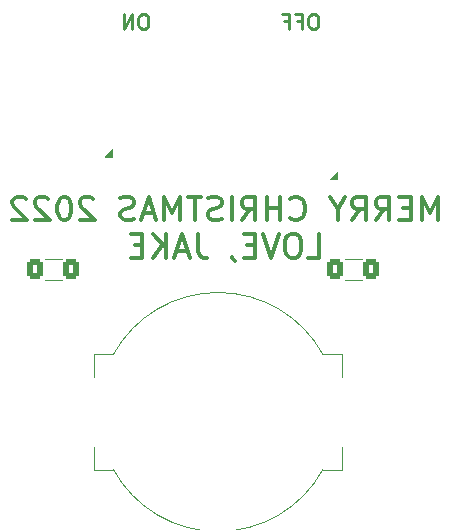
<source format=gbo>
%TF.GenerationSoftware,KiCad,Pcbnew,(6.0.7)*%
%TF.CreationDate,2022-11-12T15:58:39-06:00*%
%TF.ProjectId,chrimbus2022,63687269-6d62-4757-9332-3032322e6b69,rev?*%
%TF.SameCoordinates,Original*%
%TF.FileFunction,Legend,Bot*%
%TF.FilePolarity,Positive*%
%FSLAX46Y46*%
G04 Gerber Fmt 4.6, Leading zero omitted, Abs format (unit mm)*
G04 Created by KiCad (PCBNEW (6.0.7)) date 2022-11-12 15:58:39*
%MOMM*%
%LPD*%
G01*
G04 APERTURE LIST*
G04 Aperture macros list*
%AMRoundRect*
0 Rectangle with rounded corners*
0 $1 Rounding radius*
0 $2 $3 $4 $5 $6 $7 $8 $9 X,Y pos of 4 corners*
0 Add a 4 corners polygon primitive as box body*
4,1,4,$2,$3,$4,$5,$6,$7,$8,$9,$2,$3,0*
0 Add four circle primitives for the rounded corners*
1,1,$1+$1,$2,$3*
1,1,$1+$1,$4,$5*
1,1,$1+$1,$6,$7*
1,1,$1+$1,$8,$9*
0 Add four rect primitives between the rounded corners*
20,1,$1+$1,$2,$3,$4,$5,0*
20,1,$1+$1,$4,$5,$6,$7,0*
20,1,$1+$1,$6,$7,$8,$9,0*
20,1,$1+$1,$8,$9,$2,$3,0*%
G04 Aperture macros list end*
%ADD10C,0.300000*%
%ADD11C,0.250000*%
%ADD12C,0.120000*%
%ADD13C,0.100000*%
%ADD14C,3.200000*%
%ADD15R,1.000000X2.500000*%
%ADD16RoundRect,0.250000X0.400000X0.625000X-0.400000X0.625000X-0.400000X-0.625000X0.400000X-0.625000X0*%
%ADD17C,2.500000*%
%ADD18R,1.400000X2.600000*%
%ADD19C,17.800000*%
%ADD20R,2.600000X5.560000*%
G04 APERTURE END LIST*
D10*
X146652380Y-112029761D02*
X147604761Y-112029761D01*
X147604761Y-110029761D01*
X145604761Y-110029761D02*
X145223809Y-110029761D01*
X145033333Y-110125000D01*
X144842857Y-110315476D01*
X144747619Y-110696428D01*
X144747619Y-111363095D01*
X144842857Y-111744047D01*
X145033333Y-111934523D01*
X145223809Y-112029761D01*
X145604761Y-112029761D01*
X145795238Y-111934523D01*
X145985714Y-111744047D01*
X146080952Y-111363095D01*
X146080952Y-110696428D01*
X145985714Y-110315476D01*
X145795238Y-110125000D01*
X145604761Y-110029761D01*
X144176190Y-110029761D02*
X143509523Y-112029761D01*
X142842857Y-110029761D01*
X142176190Y-110982142D02*
X141509523Y-110982142D01*
X141223809Y-112029761D02*
X142176190Y-112029761D01*
X142176190Y-110029761D01*
X141223809Y-110029761D01*
X140271428Y-111934523D02*
X140271428Y-112029761D01*
X140366666Y-112220238D01*
X140461904Y-112315476D01*
X137319047Y-110029761D02*
X137319047Y-111458333D01*
X137414285Y-111744047D01*
X137604761Y-111934523D01*
X137890476Y-112029761D01*
X138080952Y-112029761D01*
X136461904Y-111458333D02*
X135509523Y-111458333D01*
X136652380Y-112029761D02*
X135985714Y-110029761D01*
X135319047Y-112029761D01*
X134652380Y-112029761D02*
X134652380Y-110029761D01*
X133509523Y-112029761D02*
X134366666Y-110886904D01*
X133509523Y-110029761D02*
X134652380Y-111172619D01*
X132652380Y-110982142D02*
X131985714Y-110982142D01*
X131699999Y-112029761D02*
X132652380Y-112029761D01*
X132652380Y-110029761D01*
X131699999Y-110029761D01*
X157652380Y-108854761D02*
X157652380Y-106854761D01*
X156985714Y-108283333D01*
X156319047Y-106854761D01*
X156319047Y-108854761D01*
X155366666Y-107807142D02*
X154700000Y-107807142D01*
X154414285Y-108854761D02*
X155366666Y-108854761D01*
X155366666Y-106854761D01*
X154414285Y-106854761D01*
X152414285Y-108854761D02*
X153080952Y-107902380D01*
X153557142Y-108854761D02*
X153557142Y-106854761D01*
X152795238Y-106854761D01*
X152604761Y-106950000D01*
X152509523Y-107045238D01*
X152414285Y-107235714D01*
X152414285Y-107521428D01*
X152509523Y-107711904D01*
X152604761Y-107807142D01*
X152795238Y-107902380D01*
X153557142Y-107902380D01*
X150414285Y-108854761D02*
X151080952Y-107902380D01*
X151557142Y-108854761D02*
X151557142Y-106854761D01*
X150795238Y-106854761D01*
X150604761Y-106950000D01*
X150509523Y-107045238D01*
X150414285Y-107235714D01*
X150414285Y-107521428D01*
X150509523Y-107711904D01*
X150604761Y-107807142D01*
X150795238Y-107902380D01*
X151557142Y-107902380D01*
X149176190Y-107902380D02*
X149176190Y-108854761D01*
X149842857Y-106854761D02*
X149176190Y-107902380D01*
X148509523Y-106854761D01*
X145176190Y-108664285D02*
X145271428Y-108759523D01*
X145557142Y-108854761D01*
X145747619Y-108854761D01*
X146033333Y-108759523D01*
X146223809Y-108569047D01*
X146319047Y-108378571D01*
X146414285Y-107997619D01*
X146414285Y-107711904D01*
X146319047Y-107330952D01*
X146223809Y-107140476D01*
X146033333Y-106950000D01*
X145747619Y-106854761D01*
X145557142Y-106854761D01*
X145271428Y-106950000D01*
X145176190Y-107045238D01*
X144319047Y-108854761D02*
X144319047Y-106854761D01*
X144319047Y-107807142D02*
X143176190Y-107807142D01*
X143176190Y-108854761D02*
X143176190Y-106854761D01*
X141080952Y-108854761D02*
X141747619Y-107902380D01*
X142223809Y-108854761D02*
X142223809Y-106854761D01*
X141461904Y-106854761D01*
X141271428Y-106950000D01*
X141176190Y-107045238D01*
X141080952Y-107235714D01*
X141080952Y-107521428D01*
X141176190Y-107711904D01*
X141271428Y-107807142D01*
X141461904Y-107902380D01*
X142223809Y-107902380D01*
X140223809Y-108854761D02*
X140223809Y-106854761D01*
X139366666Y-108759523D02*
X139080952Y-108854761D01*
X138604761Y-108854761D01*
X138414285Y-108759523D01*
X138319047Y-108664285D01*
X138223809Y-108473809D01*
X138223809Y-108283333D01*
X138319047Y-108092857D01*
X138414285Y-107997619D01*
X138604761Y-107902380D01*
X138985714Y-107807142D01*
X139176190Y-107711904D01*
X139271428Y-107616666D01*
X139366666Y-107426190D01*
X139366666Y-107235714D01*
X139271428Y-107045238D01*
X139176190Y-106950000D01*
X138985714Y-106854761D01*
X138509523Y-106854761D01*
X138223809Y-106950000D01*
X137652380Y-106854761D02*
X136509523Y-106854761D01*
X137080952Y-108854761D02*
X137080952Y-106854761D01*
X135842857Y-108854761D02*
X135842857Y-106854761D01*
X135176190Y-108283333D01*
X134509523Y-106854761D01*
X134509523Y-108854761D01*
X133652380Y-108283333D02*
X132700000Y-108283333D01*
X133842857Y-108854761D02*
X133176190Y-106854761D01*
X132509523Y-108854761D01*
X131938095Y-108759523D02*
X131652380Y-108854761D01*
X131176190Y-108854761D01*
X130985714Y-108759523D01*
X130890476Y-108664285D01*
X130795238Y-108473809D01*
X130795238Y-108283333D01*
X130890476Y-108092857D01*
X130985714Y-107997619D01*
X131176190Y-107902380D01*
X131557142Y-107807142D01*
X131747619Y-107711904D01*
X131842857Y-107616666D01*
X131938095Y-107426190D01*
X131938095Y-107235714D01*
X131842857Y-107045238D01*
X131747619Y-106950000D01*
X131557142Y-106854761D01*
X131080952Y-106854761D01*
X130795238Y-106950000D01*
X128509523Y-107045238D02*
X128414285Y-106950000D01*
X128223809Y-106854761D01*
X127747619Y-106854761D01*
X127557142Y-106950000D01*
X127461904Y-107045238D01*
X127366666Y-107235714D01*
X127366666Y-107426190D01*
X127461904Y-107711904D01*
X128604761Y-108854761D01*
X127366666Y-108854761D01*
X126128571Y-106854761D02*
X125938095Y-106854761D01*
X125747619Y-106950000D01*
X125652380Y-107045238D01*
X125557142Y-107235714D01*
X125461904Y-107616666D01*
X125461904Y-108092857D01*
X125557142Y-108473809D01*
X125652380Y-108664285D01*
X125747619Y-108759523D01*
X125938095Y-108854761D01*
X126128571Y-108854761D01*
X126319047Y-108759523D01*
X126414285Y-108664285D01*
X126509523Y-108473809D01*
X126604761Y-108092857D01*
X126604761Y-107616666D01*
X126509523Y-107235714D01*
X126414285Y-107045238D01*
X126319047Y-106950000D01*
X126128571Y-106854761D01*
X124700000Y-107045238D02*
X124604761Y-106950000D01*
X124414285Y-106854761D01*
X123938095Y-106854761D01*
X123747619Y-106950000D01*
X123652380Y-107045238D01*
X123557142Y-107235714D01*
X123557142Y-107426190D01*
X123652380Y-107711904D01*
X124795238Y-108854761D01*
X123557142Y-108854761D01*
X122795238Y-107045238D02*
X122700000Y-106950000D01*
X122509523Y-106854761D01*
X122033333Y-106854761D01*
X121842857Y-106950000D01*
X121747619Y-107045238D01*
X121652380Y-107235714D01*
X121652380Y-107426190D01*
X121747619Y-107711904D01*
X122890476Y-108854761D01*
X121652380Y-108854761D01*
D11*
X132853809Y-91390476D02*
X132615714Y-91390476D01*
X132496666Y-91450000D01*
X132377619Y-91569047D01*
X132318095Y-91807142D01*
X132318095Y-92223809D01*
X132377619Y-92461904D01*
X132496666Y-92580952D01*
X132615714Y-92640476D01*
X132853809Y-92640476D01*
X132972857Y-92580952D01*
X133091904Y-92461904D01*
X133151428Y-92223809D01*
X133151428Y-91807142D01*
X133091904Y-91569047D01*
X132972857Y-91450000D01*
X132853809Y-91390476D01*
X131782380Y-92640476D02*
X131782380Y-91390476D01*
X131068095Y-92640476D01*
X131068095Y-91390476D01*
X147240476Y-91390476D02*
X147002380Y-91390476D01*
X146883333Y-91450000D01*
X146764285Y-91569047D01*
X146704761Y-91807142D01*
X146704761Y-92223809D01*
X146764285Y-92461904D01*
X146883333Y-92580952D01*
X147002380Y-92640476D01*
X147240476Y-92640476D01*
X147359523Y-92580952D01*
X147478571Y-92461904D01*
X147538095Y-92223809D01*
X147538095Y-91807142D01*
X147478571Y-91569047D01*
X147359523Y-91450000D01*
X147240476Y-91390476D01*
X145752380Y-91985714D02*
X146169047Y-91985714D01*
X146169047Y-92640476D02*
X146169047Y-91390476D01*
X145573809Y-91390476D01*
X144680952Y-91985714D02*
X145097619Y-91985714D01*
X145097619Y-92640476D02*
X145097619Y-91390476D01*
X144502380Y-91390476D01*
D12*
%TO.C,R2*%
X151222064Y-112120000D02*
X149767936Y-112120000D01*
X151222064Y-113940000D02*
X149767936Y-113940000D01*
%TO.C,R1*%
X125822064Y-112120000D02*
X124367936Y-112120000D01*
X125822064Y-113940000D02*
X124367936Y-113940000D01*
%TO.C,D2*%
G36*
X149165000Y-105410000D02*
G01*
X148530000Y-105410000D01*
X149165000Y-104775000D01*
X149165000Y-105410000D01*
G37*
D13*
X149165000Y-105410000D02*
X148530000Y-105410000D01*
X149165000Y-104775000D01*
X149165000Y-105410000D01*
%TO.C,D1*%
G36*
X130115000Y-103505000D02*
G01*
X129480000Y-103505000D01*
X130115000Y-102870000D01*
X130115000Y-103505000D01*
G37*
X130115000Y-103505000D02*
X129480000Y-103505000D01*
X130115000Y-102870000D01*
X130115000Y-103505000D01*
D12*
%TO.C,BT1*%
X130202090Y-129980000D02*
G75*
G03*
X147927910Y-129980000I8862910J4885000D01*
G01*
X147930021Y-120213832D02*
G75*
G03*
X130202090Y-120210000I-8865021J-4881167D01*
G01*
X149535000Y-128095000D02*
X149535000Y-129980000D01*
X149535000Y-122095000D02*
X149535000Y-120210000D01*
X149535000Y-129980000D02*
X147927910Y-129980000D01*
X128595000Y-122095000D02*
X128595000Y-120210000D01*
X128595000Y-128095000D02*
X128595000Y-129980000D01*
X149535000Y-120210000D02*
X147927910Y-120210000D01*
X128595000Y-120210000D02*
X130202090Y-120210000D01*
X128595000Y-129980000D02*
X130202090Y-129980000D01*
%TD*%
%LPC*%
D14*
%TO.C,H1*%
X162560000Y-116840000D03*
%TD*%
D15*
%TO.C,SW1*%
X136565000Y-94825000D03*
X139065000Y-89325000D03*
X141565000Y-94825000D03*
%TD*%
D16*
%TO.C,R2*%
X152045000Y-113030000D03*
X148945000Y-113030000D03*
%TD*%
%TO.C,R1*%
X126645000Y-113030000D03*
X123545000Y-113030000D03*
%TD*%
D17*
%TO.C,D2*%
X147260000Y-104140000D03*
D18*
X144660000Y-104140000D03*
X149860000Y-104140000D03*
%TD*%
D17*
%TO.C,D1*%
X128210000Y-102235000D03*
D18*
X125610000Y-102235000D03*
X130810000Y-102235000D03*
%TD*%
D19*
%TO.C,BT1*%
X139065000Y-125095000D03*
D20*
X150970000Y-125095000D03*
X127160000Y-125095000D03*
%TD*%
M02*

</source>
